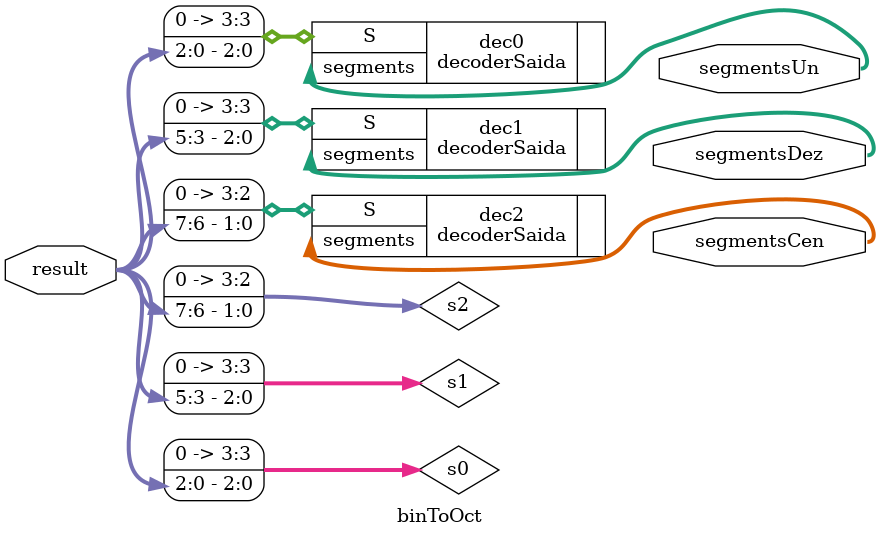
<source format=v>
module binToOct(
    input [7:0] result,
    output [6:0] segmentsUn,
    output [6:0] segmentsDez,
	output [6:0] segmentsCen
);

    wire [3:0] s0;   //decoder 0
    wire [3:0] s1;   //decoder 1
	wire [3:0] s2; //decoder 2

    //display das unidades
    buf u3(s0[3], 1'b0);
    buf u2(s0[2], result[2]);
    buf u1(s0[1], result[1]);
    buf u0(s0[0], result[0]);

    //display das dezenas
    buf d3(s1[3], 1'b0);
    buf d2(s1[2], result[5]);
    buf d1(s1[1], result[4]);
    buf d0(s1[0], result[3]);
	 
	 //display das centenas
	 buf c3(s2[3], 1'b0);
    buf c2(s2[2], 1'b0);
    buf c1(s2[1], result[7]);
    buf c0(s2[0], result[6]);
	 

    //Conexão com decodificadores de 7 segmentos
    decoderSaida dec0 (.S(s0), .segments(segmentsUn)); //unidades
    decoderSaida dec1 (.S(s1), .segments(segmentsDez)); //dezenas
	decoderSaida dec2 (.S(s2), .segments(segmentsCen)); //centenas

endmodule
</source>
